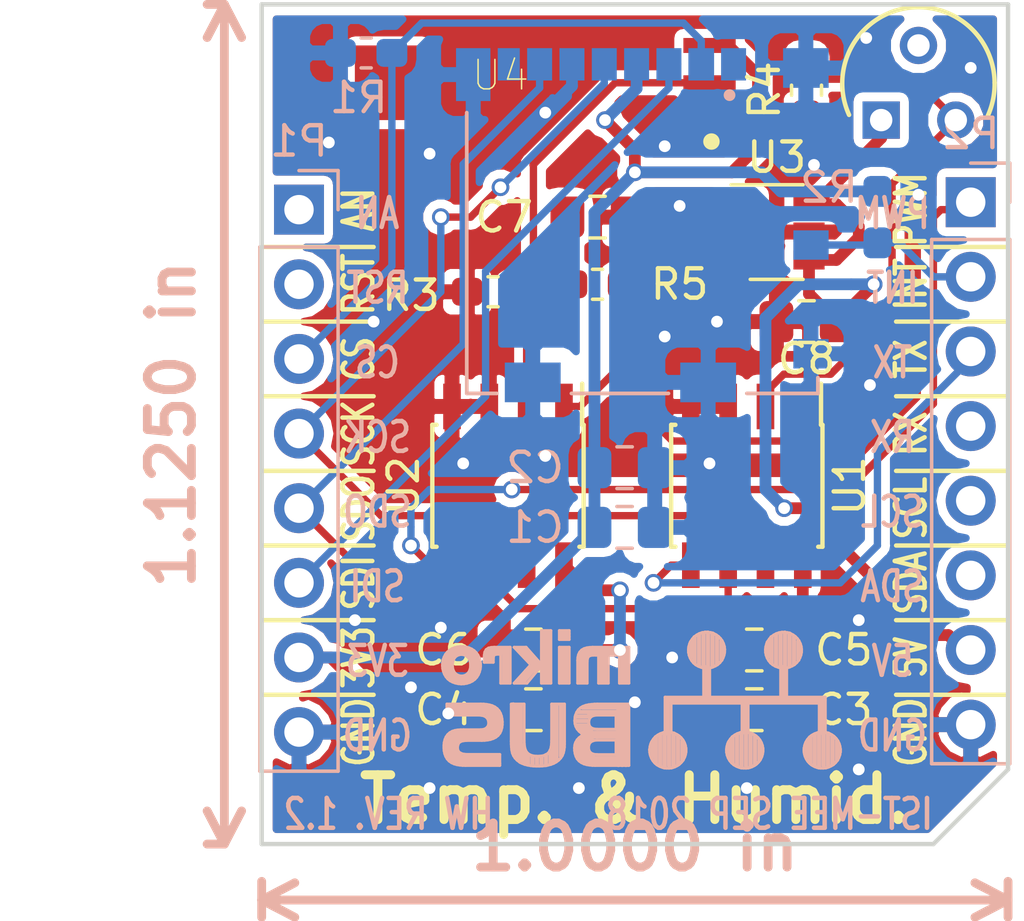
<source format=kicad_pcb>
(kicad_pcb (version 20171130) (host pcbnew 5.0.1)
  (title_block (date "lun. 30 mars 2015"))
  (layers (0 F.Cu signal) (31 B.Cu signal) (34 B.Paste user) (35 F.Paste user) (36 B.SilkS user) (37 F.SilkS user) (38 B.Mask user) (39 F.Mask user) (44 Edge.Cuts user))
  (net 0 "")
  (net 1 GND)
  (net 2 +3.3V)
  (net 3 "Net-(C7-Pad1)")
  (net 4 +5V)
  (net 5 Vref)
  (net 6 MISO)
  (net 7 SCK)
  (net 8 MOSI)
  (net 9 CS)
  (net 10 INT)
  (net 11 PWM)
  (net 12 V_in_humid)
  (net 13 V_in_temp)
  (net 14 TX)
  (module 104031-0811:MOLEX_104031-0811 (layer B.Cu) (at 123.952 105.029)
    (fp_text reference J1 hide)
    (fp_text value Molex_0475710001 hide)
    (pad 8 smd rect (at -4.545 -5.2) (size 0.75 1.1) (layers B.Cu B.Paste B.Mask))
    (pad 7 smd rect (at -3.495 -5.2) (size 0.85 1.1) (layers B.Cu B.Paste B.Mask) (net 6 MISO))
    (pad 6 smd rect (at -2.395 -5.2) (size 0.85 1.1) (layers B.Cu B.Paste B.Mask) (net 1 GND))
    (pad 5 smd rect (at -1.295 -5.2) (size 0.85 1.1) (layers B.Cu B.Paste B.Mask) (net 7 SCK))
    (pad 4 smd rect (at -0.195 -5.2) (size 0.85 1.1) (layers B.Cu B.Paste B.Mask) (net 2 +3.3V))
    (pad 3 smd rect (at 0.905 -5.2) (size 0.85 1.1) (layers B.Cu B.Paste B.Mask) (net 8 MOSI))
    (pad 2 smd rect (at 2.005 -5.2) (size 0.875 1.1) (layers B.Cu B.Paste B.Mask) (net 9 CS))
    (pad 1 smd rect (at 3.105 -5.2) (size 0.85 1.1) (layers B.Cu B.Paste B.Mask))
    (pad 9 smd rect (at 5.74 0.95) (size 1.2 1) (layers B.Cu B.Paste B.Mask) (net 10 INT))
    (pad 10 smd rect (at 5.74 4.65) (size 1.2 1) (layers B.Cu B.Paste B.Mask) (net 1 GND))
    (pad G3 smd rect (at -3.73 5.625) (size 1.9 1.35) (layers B.Cu B.Paste B.Mask) (net 1 GND))
    (pad G4 smd rect (at 2.24 5.625) (size 1.9 1.35) (layers B.Cu B.Paste B.Mask) (net 1 GND))
    (pad G2 smd rect (at -5.755 -4.85) (size 1.17 1.8) (layers B.Cu B.Paste B.Mask) (net 1 GND))
    (pad G1 smd rect (at 5.565 -5.075) (size 1.55 1.35) (layers B.Cu B.Paste B.Mask) (net 1 GND))
  )
  (module Logo:mikroBUS_Small (layer B.Cu) (at 123.698 121.539 180)
    (fp_text reference "" hide)
    (fp_text value "" hide)
  )
  (module Capacitor_SMD:C_0805_2012Metric_Pad1.15x1.40mm_HandSolder (layer B.Cu) (at 123.348616 115.587903)
    (fp_text reference C1 (at -3.048 0) (layer B.SilkS) (effects (justify mirror)))
    (fp_text value 10uF)
    (pad 2 smd roundrect (at 1.025 0) (size 1.15 1.4) (layers B.Cu B.Paste B.Mask) (roundrect_rratio 0.217391) (net 1 GND))
    (pad 1 smd roundrect (at -1.025 0) (size 1.15 1.4) (layers B.Cu B.Paste B.Mask) (roundrect_rratio 0.217391) (net 2 +3.3V))
  )
  (module Capacitor_SMD:C_0805_2012Metric_Pad1.15x1.40mm_HandSolder (layer B.Cu) (at 123.348616 113.555903)
    (fp_text reference C2 (at -3.048 0) (layer B.SilkS) (effects (justify mirror)))
    (fp_text value 100nF)
    (pad 1 smd roundrect (at -1.025 0) (size 1.15 1.4) (layers B.Cu B.Paste B.Mask) (roundrect_rratio 0.217391) (net 2 +3.3V))
    (pad 2 smd roundrect (at 1.025 0) (size 1.15 1.4) (layers B.Cu B.Paste B.Mask) (roundrect_rratio 0.217391) (net 1 GND))
  )
  (module Capacitor_SMD:C_0805_2012Metric_Pad1.15x1.40mm_HandSolder (layer F.Cu) (at 127.762 121.793 180)
    (fp_text reference C3 (at -3.048 0 180) (layer F.SilkS))
    (fp_text value 10uF)
    (pad 2 smd roundrect (at 1.025 0 180) (size 1.15 1.4) (layers F.Cu F.Paste F.Mask) (roundrect_rratio 0.217391) (net 1 GND))
    (pad 1 smd roundrect (at -1.025 0 180) (size 1.15 1.4) (layers F.Cu F.Paste F.Mask) (roundrect_rratio 0.217391) (net 2 +3.3V))
  )
  (module Capacitor_SMD:C_0805_2012Metric_Pad1.15x1.40mm_HandSolder (layer F.Cu) (at 120.244911 121.793 180)
    (fp_text reference C4 (at 3.048 0 180) (layer F.SilkS))
    (fp_text value 10uF hide)
    (pad 2 smd roundrect (at 1.025 0 180) (size 1.15 1.4) (layers F.Cu F.Paste F.Mask) (roundrect_rratio 0.217391) (net 1 GND))
    (pad 1 smd roundrect (at -1.025 0 180) (size 1.15 1.4) (layers F.Cu F.Paste F.Mask) (roundrect_rratio 0.217391) (net 2 +3.3V))
  )
  (module Capacitor_SMD:C_0805_2012Metric_Pad1.15x1.40mm_HandSolder (layer F.Cu) (at 127.762 119.761 180)
    (fp_text reference C5 (at -3.048 0 180) (layer F.SilkS))
    (fp_text value 1uF)
    (pad 1 smd roundrect (at -1.025 0 180) (size 1.15 1.4) (layers F.Cu F.Paste F.Mask) (roundrect_rratio 0.217391) (net 2 +3.3V))
    (pad 2 smd roundrect (at 1.025 0 180) (size 1.15 1.4) (layers F.Cu F.Paste F.Mask) (roundrect_rratio 0.217391) (net 1 GND))
  )
  (module Capacitor_SMD:C_0805_2012Metric_Pad1.15x1.40mm_HandSolder (layer F.Cu) (at 120.244911 119.761 180)
    (fp_text reference C6 (at 3.048 0 180) (layer F.SilkS))
    (fp_text value 1uF hide)
    (pad 1 smd roundrect (at -1.025 0 180) (size 1.15 1.4) (layers F.Cu F.Paste F.Mask) (roundrect_rratio 0.217391) (net 2 +3.3V))
    (pad 2 smd roundrect (at 1.025 0 180) (size 1.15 1.4) (layers F.Cu F.Paste F.Mask) (roundrect_rratio 0.217391) (net 1 GND))
  )
  (module Capacitor_SMD:C_0805_2012Metric_Pad1.15x1.40mm_HandSolder (layer F.Cu) (at 122.428 105.029)
    (fp_text reference C7 (at -3.177001 0) (layer F.SilkS))
    (fp_text value 2.2uF)
    (pad 2 smd roundrect (at 1.025 0) (size 1.15 1.4) (layers F.Cu F.Paste F.Mask) (roundrect_rratio 0.217391) (net 1 GND))
    (pad 1 smd roundrect (at -1.025 0) (size 1.15 1.4) (layers F.Cu F.Paste F.Mask) (roundrect_rratio 0.217391) (net 3 "Net-(C7-Pad1)"))
  )
  (module Capacitor_SMD:C_0805_2012Metric_Pad1.15x1.40mm_HandSolder (layer F.Cu) (at 129.54 108.585 180)
    (fp_text reference C8 (at 0 -1.27 180) (layer F.SilkS))
    (fp_text value 2.2uF)
    (pad 1 smd roundrect (at -1.025 0 180) (size 1.15 1.4) (layers F.Cu F.Paste F.Mask) (roundrect_rratio 0.217391) (net 4 +5V))
    (pad 2 smd roundrect (at 1.025 0 180) (size 1.15 1.4) (layers F.Cu F.Paste F.Mask) (roundrect_rratio 0.217391) (net 1 GND))
  )
  (module Resistor_SMD:R_0603_1608Metric_Pad1.05x0.95mm_HandSolder (layer B.Cu) (at 114.554 99.441 180)
    (fp_text reference R1 (at 0.254 -1.524 180) (layer B.SilkS) (effects (justify mirror)))
    (fp_text value 100k)
    (pad 1 smd roundrect (at -0.875 0 180) (size 1.05 0.95) (layers B.Cu B.Paste B.Mask) (net 9 CS))
    (pad 2 smd roundrect (at 0.875 0 180) (size 1.05 0.95) (layers B.Cu B.Paste B.Mask) (net 1 GND))
  )
  (module Resistor_SMD:R_0603_1608Metric_Pad1.05x0.95mm_HandSolder (layer B.Cu) (at 131.953 105.029 90)
    (fp_text reference R2 (at 1.016 -1.651 -180) (layer B.SilkS) (effects (justify mirror)))
    (fp_text value 100k)
    (pad 1 smd roundrect (at -0.875 0 90) (size 1.05 0.95) (layers B.Cu B.Paste B.Mask) (net 10 INT))
    (pad 2 smd roundrect (at 0.875 0 90) (size 1.05 0.95) (layers B.Cu B.Paste B.Mask) (net 2 +3.3V))
  )
  (module Resistor_SMD:R_0603_1608Metric_Pad1.05x0.95mm_HandSolder (layer F.Cu) (at 118.872 107.569)
    (fp_text reference R3 (at -2.794 0.127) (layer F.SilkS))
    (fp_text value 65k)
    (pad 2 smd roundrect (at 0.875 0) (size 1.05 0.95) (layers F.Cu F.Paste F.Mask) (net 12 V_in_humid))
    (pad 1 smd roundrect (at -0.875 0) (size 1.05 0.95) (layers F.Cu F.Paste F.Mask) (net 1 GND))
  )
  (module Resistor_SMD:R_0603_1608Metric_Pad1.05x0.95mm_HandSolder (layer F.Cu) (at 129.54 100.711 90)
    (fp_text reference R4 (at 0 -1.43 90) (layer F.SilkS))
    (fp_text value 2k)
    (pad 1 smd roundrect (at -0.875 0 90) (size 1.05 0.95) (layers F.Cu F.Paste F.Mask) (net 1 GND))
    (pad 2 smd roundrect (at 0.875 0 90) (size 1.05 0.95) (layers F.Cu F.Paste F.Mask) (net 13 V_in_temp))
  )
  (module Resistor_SMD:R_0603_1608Metric_Pad1.05x0.95mm_HandSolder (layer F.Cu) (at 122.428 107.315)
    (fp_text reference R5 (at 2.794 0) (layer F.SilkS))
    (fp_text value 50R)
    (pad 1 smd roundrect (at -0.875 0) (size 1.05 0.95) (layers F.Cu F.Paste F.Mask) (net 3 "Net-(C7-Pad1)"))
    (pad 2 smd roundrect (at 0.875 0) (size 1.05 0.95) (layers F.Cu F.Paste F.Mask) (net 5 Vref))
  )
  (module Package_SO:SOIC-8_3.9x4.9mm_P1.27mm (layer F.Cu) (at 127.508 114.173 270)
    (fp_text reference U1 (at 0 -3.5 270) (layer F.SilkS))
    (fp_text value MCP3201)
    (pad 1 smd rect (at -2.7 -1.905 270) (size 1.55 0.6) (layers F.Cu F.Paste F.Mask) (net 5 Vref))
    (pad 2 smd rect (at -2.7 -0.635 270) (size 1.55 0.6) (layers F.Cu F.Paste F.Mask) (net 13 V_in_temp))
    (pad 3 smd rect (at -2.7 0.635 270) (size 1.55 0.6) (layers F.Cu F.Paste F.Mask) (net 1 GND))
    (pad 4 smd rect (at -2.7 1.905 270) (size 1.55 0.6) (layers F.Cu F.Paste F.Mask) (net 1 GND))
    (pad 5 smd rect (at 2.7 1.905 270) (size 1.55 0.6) (layers F.Cu F.Paste F.Mask) (net 14 TX))
    (pad 6 smd rect (at 2.7 0.635 270) (size 1.55 0.6) (layers F.Cu F.Paste F.Mask) (net 6 MISO))
    (pad 7 smd rect (at 2.7 -0.635 270) (size 1.55 0.6) (layers F.Cu F.Paste F.Mask) (net 7 SCK))
    (pad 8 smd rect (at 2.7 -1.905 270) (size 1.55 0.6) (layers F.Cu F.Paste F.Mask) (net 2 +3.3V))
  )
  (module Package_SO:SOIC-8_3.9x4.9mm_P1.27mm (layer F.Cu) (at 119.38 114.173 270)
    (fp_text reference U2 (at 0 3.556 270) (layer F.SilkS))
    (fp_text value MCP3201)
    (pad 8 smd rect (at 2.7 -1.905 270) (size 1.55 0.6) (layers F.Cu F.Paste F.Mask) (net 2 +3.3V))
    (pad 7 smd rect (at 2.7 -0.635 270) (size 1.55 0.6) (layers F.Cu F.Paste F.Mask) (net 7 SCK))
    (pad 6 smd rect (at 2.7 0.635 270) (size 1.55 0.6) (layers F.Cu F.Paste F.Mask) (net 6 MISO))
    (pad 5 smd rect (at 2.7 1.905 270) (size 1.55 0.6) (layers F.Cu F.Paste F.Mask) (net 11 PWM))
    (pad 4 smd rect (at -2.7 1.905 270) (size 1.55 0.6) (layers F.Cu F.Paste F.Mask) (net 1 GND))
    (pad 3 smd rect (at -2.7 0.635 270) (size 1.55 0.6) (layers F.Cu F.Paste F.Mask) (net 1 GND))
    (pad 2 smd rect (at -2.7 -0.635 270) (size 1.55 0.6) (layers F.Cu F.Paste F.Mask) (net 12 V_in_humid))
    (pad 1 smd rect (at -2.7 -1.905 270) (size 1.55 0.6) (layers F.Cu F.Paste F.Mask) (net 5 Vref))
  )
  (module Package_TO_SOT_SMD:SOT-23-6 (layer F.Cu) (at 128.524 105.537)
    (fp_text reference U3 (at 0 -2.54) (layer F.SilkS))
    (fp_text value MCP1501-SOT-23)
    (pad 1 smd rect (at -1.1 -0.95) (size 1.06 0.65) (layers F.Cu F.Paste F.Mask) (net 5 Vref))
    (pad 2 smd rect (at -1.1 0) (size 1.06 0.65) (layers F.Cu F.Paste F.Mask) (net 1 GND))
    (pad 3 smd rect (at -1.1 0.95) (size 1.06 0.65) (layers F.Cu F.Paste F.Mask) (net 1 GND))
    (pad 4 smd rect (at 1.1 0.95) (size 1.06 0.65) (layers F.Cu F.Paste F.Mask) (net 4 +5V))
    (pad 6 smd rect (at 1.1 -0.95) (size 1.06 0.65) (layers F.Cu F.Paste F.Mask) (net 4 +5V))
    (pad 5 smd rect (at 1.1 0) (size 1.06 0.65) (layers F.Cu F.Paste F.Mask) (net 1 GND))
  )
  (module AD592BN:TO127P520X660-3P (layer F.Cu) (at 134.62 99.187)
    (fp_text reference U5 hide)
    (fp_text value AD592BN hide)
    (pad 1 thru_hole rect (at -2.54 2.54) (size 1.27 1.27) (drill 0.762) (layers *.Cu *.Mask) (net 4 +5V))
    (pad 2 thru_hole circle (at -1.27 0) (size 1.27 1.27) (drill 0.762) (layers *.Cu *.Mask))
    (pad 3 thru_hole circle (at 0 2.54) (size 1.27 1.27) (drill 0.762) (layers *.Cu *.Mask) (net 13 V_in_temp))
  )
  (module HIH-5030-001:HONEYWELL_HIH-5030-001 (layer F.Cu) (at 120.904 100.457 90)
    (fp_text reference U4 (at 0.254 -1.778 180) (layer F.SilkS) (effects (font (size 1.00285 1.00285) (thickness 0.05))))
    (fp_text value HIH-5030-001 hide)
    (pad 4 smd rect (at 0 -5.59 90) (size 2.54 2.29) (layers F.Cu F.Paste F.Mask))
    (pad 2 smd rect (at 0 5.335 180) (size 1.78 0.51) (layers F.Cu F.Paste F.Mask) (net 12 V_in_humid))
    (pad 1 smd rect (at -1.27 5.335 180) (size 1.78 0.51) (layers F.Cu F.Paste F.Mask) (net 1 GND))
    (pad 3 smd rect (at 1.27 5.335 180) (size 1.78 0.51) (layers F.Cu F.Paste F.Mask) (net 2 +3.3V))
  )
  (module Connector_PinHeader_2.54mm:PinHeader_1x08_P2.54mm_Vertical (layer B.Cu) (at 112.268 104.775 180)
    (fp_text reference P1 (at 0 2.33 180) (layer B.SilkS) (effects (justify mirror)))
    (fp_text value HEADER_M_2.54MM_1R8P_ST_AU_PTH hide)
    (pad 8 thru_hole oval (at 0 -17.78 180) (size 1.7 1.7) (drill 1) (layers *.Cu *.Mask) (net 1 GND))
    (pad 7 thru_hole oval (at 0 -15.24 180) (size 1.7 1.7) (drill 1) (layers *.Cu *.Mask) (net 2 +3.3V))
    (pad 6 thru_hole oval (at 0 -12.7 180) (size 1.7 1.7) (drill 1) (layers *.Cu *.Mask) (net 8 MOSI))
    (pad 5 thru_hole oval (at 0 -10.16 180) (size 1.7 1.7) (drill 1) (layers *.Cu *.Mask) (net 6 MISO))
    (pad 4 thru_hole oval (at 0 -7.62 180) (size 1.7 1.7) (drill 1) (layers *.Cu *.Mask) (net 7 SCK))
    (pad 3 thru_hole oval (at 0 -5.08 180) (size 1.7 1.7) (drill 1) (layers *.Cu *.Mask) (net 9 CS))
    (pad 2 thru_hole oval (at 0 -2.54 180) (size 1.7 1.7) (drill 1) (layers *.Cu *.Mask))
    (pad 1 thru_hole rect (at 0 0 180) (size 1.7 1.7) (drill 1) (layers *.Cu *.Mask))
  )
  (module Connector_PinHeader_2.54mm:PinHeader_1x08_P2.54mm_Vertical (layer B.Cu) (at 135.128 104.521 180)
    (fp_text reference P2 (at 0 2.33 180) (layer B.SilkS) (effects (justify mirror)))
    (fp_text value HEADER_M_2.54MM_1R8P_ST_AU_PTH hide)
    (pad 1 thru_hole rect (at 0 0 180) (size 1.7 1.7) (drill 1) (layers *.Cu *.Mask) (net 11 PWM))
    (pad 2 thru_hole oval (at 0 -2.54 180) (size 1.7 1.7) (drill 1) (layers *.Cu *.Mask) (net 10 INT))
    (pad 3 thru_hole oval (at 0 -5.08 180) (size 1.7 1.7) (drill 1) (layers *.Cu *.Mask) (net 14 TX))
    (pad 4 thru_hole oval (at 0 -7.62 180) (size 1.7 1.7) (drill 1) (layers *.Cu *.Mask))
    (pad 5 thru_hole oval (at 0 -10.16 180) (size 1.7 1.7) (drill 1) (layers *.Cu *.Mask))
    (pad 6 thru_hole oval (at 0 -12.7 180) (size 1.7 1.7) (drill 1) (layers *.Cu *.Mask))
    (pad 7 thru_hole oval (at 0 -15.24 180) (size 1.7 1.7) (drill 1) (layers *.Cu *.Mask) (net 4 +5V))
    (pad 8 thru_hole oval (at 0 -17.78 180) (size 1.7 1.7) (drill 1) (layers *.Cu *.Mask) (net 1 GND))
  )
  (dimension 25.4 (width 0.3) (layer B.SilkS) (gr_text "25.400 mm" (at 123.698 130.369999) (layer B.SilkS) (effects (font (size 1.5 1.5) (thickness 0.3)))) (feature1 (pts (xy 136.398 127.635) (xy 136.398 128.85642))) (feature2 (pts (xy 110.998 127.635) (xy 110.998 128.85642))) (crossbar (pts (xy 110.998 128.269999) (xy 136.398 128.269999))) (arrow1a (pts (xy 136.398 128.269999) (xy 135.271496 128.85642))) (arrow1b (pts (xy 136.398 128.269999) (xy 135.271496 127.683578))) (arrow2a (pts (xy 110.998 128.269999) (xy 112.124504 128.85642))) (arrow2b (pts (xy 110.998 128.269999) (xy 112.124504 127.683578))))
  (dimension 28.575 (width 0.3) (layer B.SilkS) (gr_text "28.575 mm" (at 107.628 112.0775 270) (layer B.SilkS) (effects (font (size 1.5 1.5) (thickness 0.3)))) (feature1 (pts (xy 109.728 126.365) (xy 109.141579 126.365))) (feature2 (pts (xy 109.728 97.79) (xy 109.141579 97.79))) (crossbar (pts (xy 109.728 97.79) (xy 109.728 126.365))) (arrow1a (pts (xy 109.728 126.365) (xy 109.141579 125.238496))) (arrow1b (pts (xy 109.728 126.365) (xy 110.314421 125.238496))) (arrow2a (pts (xy 109.728 97.79) (xy 109.141579 98.916504))) (arrow2b (pts (xy 109.728 97.79) (xy 110.314421 98.916504))))
  (gr_text GND (at 132.461 122.682) (layer B.SilkS) (effects (font (size 1.016 0.762) (thickness 0.1524)) (justify mirror)))
  (gr_text 5V (at 132.461 120.142) (layer B.SilkS) (effects (font (size 1.016 0.762) (thickness 0.1524)) (justify mirror)))
  (gr_text SDA (at 132.461 117.602) (layer B.SilkS) (effects (font (size 1.016 0.762) (thickness 0.1524)) (justify mirror)))
  (gr_text SCL (at 132.461 115.062) (layer B.SilkS) (effects (font (size 1.016 0.762) (thickness 0.1524)) (justify mirror)))
  (gr_text RX (at 132.461 112.522) (layer B.SilkS) (effects (font (size 1.016 0.762) (thickness 0.1524)) (justify mirror)))
  (gr_text TX (at 132.461 109.982) (layer B.SilkS) (effects (font (size 1.016 0.762) (thickness 0.1524)) (justify mirror)))
  (gr_text INT (at 132.461 107.442) (layer B.SilkS) (effects (font (size 1.016 0.762) (thickness 0.1524)) (justify mirror)))
  (gr_text PWM (at 132.461 104.902) (layer B.SilkS) (effects (font (size 1.016 0.762) (thickness 0.1524)) (justify mirror)))
  (gr_text AN (at 114.935 104.902) (layer B.SilkS) (effects (font (size 1.016 0.762) (thickness 0.1524)) (justify mirror)))
  (gr_text RST (at 114.935 107.442) (layer B.SilkS) (effects (font (size 1.016 0.762) (thickness 0.1524)) (justify mirror)))
  (gr_text CS (at 114.935 109.982) (layer B.SilkS) (effects (font (size 1.016 0.762) (thickness 0.1524)) (justify mirror)))
  (gr_text SCK (at 114.935 112.522) (layer B.SilkS) (effects (font (size 1.016 0.762) (thickness 0.1524)) (justify mirror)))
  (gr_text SDO (at 114.935 115.062) (layer B.SilkS) (effects (font (size 1.016 0.762) (thickness 0.1524)) (justify mirror)))
  (gr_text SDI (at 114.935 117.602) (layer B.SilkS) (effects (font (size 1.016 0.762) (thickness 0.1524)) (justify mirror)))
  (gr_text 3V3 (at 114.935 120.142) (layer B.SilkS) (effects (font (size 1.016 0.762) (thickness 0.1524)) (justify mirror)))
  (gr_text GND (at 114.935 122.682) (layer B.SilkS) (effects (font (size 1.016 0.762) (thickness 0.1524)) (justify mirror)))
  (gr_text "IST-MEE SEP 2018" (at 128.27 125.349) (layer B.SilkS) (effects (font (size 1.016 0.762) (thickness 0.1524)) (justify mirror)))
  (gr_text "HW REV. 1.2" (at 115.316 125.349) (layer B.SilkS) (effects (font (size 1.016 0.762) (thickness 0.1524)) (justify mirror)))
  (gr_text "Temp. & Humid." (at 123.698 124.841) (layer F.SilkS) (effects (font (size 1.524 1.524) (thickness 0.3048))))
  (gr_text PWM (at 133.096 104.775 90) (layer F.SilkS) (effects (font (size 1.016 0.762) (thickness 0.1524))))
  (gr_text INT (at 133.096 107.315 90) (layer F.SilkS) (effects (font (size 1.016 0.762) (thickness 0.1524))))
  (gr_text TX (at 133.096 109.855 90) (layer F.SilkS) (effects (font (size 1.016 0.762) (thickness 0.1524))))
  (gr_text RX (at 133.096 112.395 90) (layer F.SilkS) (effects (font (size 1.016 0.762) (thickness 0.1524))))
  (gr_text SCL (at 133.096 114.935 90) (layer F.SilkS) (effects (font (size 1.016 0.762) (thickness 0.1524))))
  (gr_text SDA (at 133.096 117.475 90) (layer F.SilkS) (effects (font (size 1.016 0.762) (thickness 0.1524))))
  (gr_text 5V (at 133.096 120.015 90) (layer F.SilkS) (effects (font (size 1.016 0.762) (thickness 0.1524))))
  (gr_text GND (at 133.096 122.555 90) (layer F.SilkS) (effects (font (size 1.016 0.762) (thickness 0.1524))))
  (gr_text GND (at 114.3 122.555 90) (layer F.SilkS) (effects (font (size 1.016 0.762) (thickness 0.1524))))
  (gr_text 3V3 (at 114.3 120.015 90) (layer F.SilkS) (effects (font (size 1.016 0.762) (thickness 0.1524))))
  (gr_text SDI (at 114.3 117.475 90) (layer F.SilkS) (effects (font (size 1.016 0.762) (thickness 0.1524))))
  (gr_text SDO (at 114.3 114.935 90) (layer F.SilkS) (effects (font (size 1.016 0.762) (thickness 0.1524))))
  (gr_text SCK (at 114.3 112.395 90) (layer F.SilkS) (effects (font (size 1.016 0.762) (thickness 0.1524))))
  (gr_text CS (at 114.3 109.855 90) (layer F.SilkS) (effects (font (size 1.016 0.762) (thickness 0.1524))))
  (gr_text RST (at 114.3 107.315 90) (layer F.SilkS) (effects (font (size 1.016 0.762) (thickness 0.1524))))
  (gr_text AN (at 114.3 104.775 90) (layer F.SilkS) (effects (font (size 1.016 0.762) (thickness 0.1524))))
  (gr_line (start 132.588 106.045) (end 136.398 106.045) (angle 90) (layer F.SilkS) (width 0.15))
  (gr_line (start 132.588 108.585) (end 136.398 108.585) (angle 90) (layer F.SilkS) (width 0.15))
  (gr_line (start 132.588 111.125) (end 136.398 111.125) (angle 90) (layer F.SilkS) (width 0.15))
  (gr_line (start 132.588 113.665) (end 136.398 113.665) (angle 90) (layer F.SilkS) (width 0.15))
  (gr_line (start 132.588 116.205) (end 136.398 116.205) (angle 90) (layer F.SilkS) (width 0.15))
  (gr_line (start 132.588 118.745) (end 136.398 118.745) (angle 90) (layer F.SilkS) (width 0.15))
  (gr_line (start 136.398 121.285) (end 132.588 121.285) (angle 90) (layer F.SilkS) (width 0.15))
  (gr_line (start 110.998 121.285) (end 114.808 121.285) (angle 90) (layer F.SilkS) (width 0.15))
  (gr_line (start 110.998 118.745) (end 114.808 118.745) (angle 90) (layer F.SilkS) (width 0.15))
  (gr_line (start 110.998 113.665) (end 114.808 113.665) (angle 90) (layer F.SilkS) (width 0.15))
  (gr_line (start 110.998 111.125) (end 114.808 111.125) (angle 90) (layer F.SilkS) (width 0.15))
  (gr_line (start 110.998 108.585) (end 114.808 108.585) (angle 90) (layer F.SilkS) (width 0.15))
  (gr_line (start 110.998 106.045) (end 114.808 106.045) (angle 90) (layer F.SilkS) (width 0.15))
  (gr_line (start 110.998 116.205) (end 114.808 116.205) (angle 90) (layer F.SilkS) (width 0.15))
  (gr_line (start 133.858 126.365) (end 110.998 126.365) (angle 90) (layer Edge.Cuts) (width 0.15))
  (gr_line (start 136.398 123.825) (end 133.858 126.365) (angle 90) (layer Edge.Cuts) (width 0.15))
  (gr_line (start 136.398 97.79) (end 136.398 123.825) (angle 90) (layer Edge.Cuts) (width 0.15))
  (gr_line (start 110.998 97.79) (end 110.998 126.365) (angle 90) (layer Edge.Cuts) (width 0.15))
  (gr_line (start 136.398 97.79) (end 110.998 97.79) (angle 90) (layer Edge.Cuts) (width 0.15))
  (via (at 114.173 118.745) (size 0.6) (drill 0.4) (layers F.Cu B.Cu) (net 1))
  (via (at 117.348 121.92) (size 0.6) (drill 0.4) (layers F.Cu B.Cu) (net 1))
  (via (at 123.698 121.539) (size 0.6) (drill 0.4) (layers F.Cu B.Cu) (net 1))
  (via (at 124.968 120.015) (size 0.6) (drill 0.4) (layers F.Cu B.Cu) (net 1))
  (via (at 131.318 118.745) (size 0.6) (drill 0.4) (layers F.Cu B.Cu) (net 1))
  (via (at 131.318 123.825) (size 0.6) (drill 0.4) (layers F.Cu B.Cu) (net 1))
  (via (at 127.508 124.46) (size 0.6) (drill 0.4) (layers F.Cu B.Cu) (net 1))
  (via (at 121.793 124.46) (size 0.6) (drill 0.4) (layers F.Cu B.Cu) (net 1))
  (via (at 116.713 124.46) (size 0.6) (drill 0.4) (layers F.Cu B.Cu) (net 1))
  (via (at 114.808 108.585) (size 0.6) (drill 0.4) (layers F.Cu B.Cu) (net 1))
  (via (at 116.713 102.87) (size 0.6) (drill 0.4) (layers F.Cu B.Cu) (net 1))
  (via (at 113.284 102.489) (size 0.6) (drill 0.4) (layers F.Cu B.Cu) (net 1))
  (via (at 126.492 108.585) (size 0.6) (drill 0.4) (layers F.Cu B.Cu) (net 1))
  (segment (start 121.557 99.829) (end 121.557 100.312) (width 0.4) (layer B.Cu) (net 1))
  (segment (start 121.557 99.829) (end 121.557 100.566) (width 0.4) (layer B.Cu) (net 1))
  (via (at 120.65 101.473) (size 0.6) (drill 0.4) (layers F.Cu B.Cu) (net 1))
  (segment (start 121.557 100.566) (end 120.65 101.473) (width 0.4) (layer B.Cu) (net 1))
  (via (at 129.794 103.251) (size 0.6) (drill 0.4) (layers F.Cu B.Cu) (net 1))
  (via (at 131.572 98.933) (size 0.6) (drill 0.4) (layers F.Cu B.Cu) (net 1))
  (via (at 124.714 102.616) (size 0.6) (drill 0.4) (layers F.Cu B.Cu) (net 1))
  (via (at 117.094 118.999) (size 0.6) (drill 0.4) (layers F.Cu B.Cu) (net 1))
  (via (at 133.35 104.267) (size 0.6) (drill 0.4) (layers F.Cu B.Cu) (net 1))
  (via (at 135.128 99.949) (size 0.6) (drill 0.4) (layers F.Cu B.Cu) (net 1))
  (via (at 116.078 121.031) (size 0.6) (drill 0.4) (layers F.Cu B.Cu) (net 1))
  (via (at 126.238 113.411) (size 0.6) (drill 0.4) (layers F.Cu B.Cu) (net 1))
  (via (at 120.65 113.157) (size 0.6) (drill 0.4) (layers F.Cu B.Cu) (net 1))
  (via (at 124.714 109.093) (size 0.6) (drill 0.4) (layers F.Cu B.Cu) (net 1))
  (via (at 117.856 113.411) (size 0.6) (drill 0.4) (layers F.Cu B.Cu) (net 1))
  (via (at 131.699 110.744) (size 0.6) (drill 0.4) (layers F.Cu B.Cu) (net 1))
  (via (at 125.222 104.648) (size 0.6) (drill 0.4) (layers F.Cu B.Cu) (net 1))
  (segment (start 117.896519 120.015) (end 122.323616 115.587903) (width 0.4) (layer B.Cu) (net 2))
  (segment (start 112.268 120.015) (end 117.896519 120.015) (width 0.4) (layer B.Cu) (net 2))
  (segment (start 113.34563 120.015) (end 116.64763 123.317) (width 0.4) (layer F.Cu) (net 2))
  (segment (start 112.268 120.015) (end 113.34563 120.015) (width 0.4) (layer F.Cu) (net 2))
  (segment (start 119.745911 123.317) (end 121.269911 121.793) (width 0.4) (layer F.Cu) (net 2))
  (segment (start 116.64763 123.317) (end 119.745911 123.317) (width 0.4) (layer F.Cu) (net 2))
  (segment (start 121.269911 121.793) (end 121.269911 119.761) (width 0.4) (layer F.Cu) (net 2))
  (segment (start 128.163628 122.416372) (end 128.787 121.793) (width 0.4) (layer F.Cu) (net 2))
  (segment (start 127.68699 122.89301) (end 128.163628 122.416372) (width 0.4) (layer F.Cu) (net 2))
  (segment (start 121.569921 122.89301) (end 127.68699 122.89301) (width 0.4) (layer F.Cu) (net 2))
  (segment (start 121.269911 122.593) (end 121.569921 122.89301) (width 0.4) (layer F.Cu) (net 2))
  (segment (start 121.269911 121.793) (end 121.269911 122.593) (width 0.4) (layer F.Cu) (net 2))
  (segment (start 128.787 121.793) (end 128.787 119.761) (width 0.4) (layer F.Cu) (net 2))
  (segment (start 129.413 119.135) (end 129.413 116.873) (width 0.4) (layer F.Cu) (net 2))
  (segment (start 128.787 119.761) (end 129.413 119.135) (width 0.4) (layer F.Cu) (net 2))
  (via (at 123.19 119.761) (size 0.6) (drill 0.4) (layers F.Cu B.Cu) (net 2))
  (segment (start 121.269911 119.761) (end 123.19 119.761) (width 0.4) (layer F.Cu) (net 2))
  (segment (start 123.19 119.761) (end 123.19 117.729) (width 0.4) (layer B.Cu) (net 2))
  (via (at 123.19 117.729) (size 0.6) (drill 0.4) (layers F.Cu B.Cu) (net 2))
  (segment (start 122.141 117.729) (end 121.285 116.873) (width 0.4) (layer F.Cu) (net 2))
  (segment (start 123.19 117.729) (end 122.141 117.729) (width 0.4) (layer F.Cu) (net 2))
  (segment (start 122.323616 115.587903) (end 122.323616 113.555903) (width 0.4) (layer B.Cu) (net 2))
  (segment (start 122.682 101.727) (end 123.757 100.652) (width 0.4) (layer B.Cu) (net 2))
  (segment (start 123.757 100.652) (end 123.757 99.829) (width 0.4) (layer B.Cu) (net 2))
  (segment (start 123.698 102.743) (end 122.682 101.727) (width 0.4) (layer F.Cu) (net 2))
  (segment (start 123.698 103.505) (end 123.698 102.743) (width 0.4) (layer F.Cu) (net 2))
  (via (at 122.682 101.727) (size 0.6) (drill 0.4) (layers F.Cu B.Cu) (net 2))
  (via (at 123.698 103.505) (size 0.6) (drill 0.4) (layers F.Cu B.Cu) (net 2))
  (segment (start 122.323616 104.879384) (end 123.698 103.505) (width 0.4) (layer B.Cu) (net 2))
  (segment (start 122.323616 113.555903) (end 122.323616 104.879384) (width 0.4) (layer B.Cu) (net 2))
  (segment (start 123.698 103.505) (end 127 103.505) (width 0.4) (layer F.Cu) (net 2))
  (segment (start 127 103.505) (end 127.889 102.616) (width 0.4) (layer F.Cu) (net 2))
  (segment (start 126.874 99.187) (end 126.239 99.187) (width 0.4) (layer F.Cu) (net 2))
  (segment (start 127.889 100.202) (end 126.874 99.187) (width 0.4) (layer F.Cu) (net 2))
  (segment (start 127.889 102.616) (end 127.889 100.202) (width 0.4) (layer F.Cu) (net 2))
  (segment (start 123.698 103.505) (end 128.016 103.505) (width 0.4) (layer B.Cu) (net 2))
  (segment (start 128.665 104.154) (end 131.953 104.154) (width 0.4) (layer B.Cu) (net 2))
  (segment (start 128.016 103.505) (end 128.665 104.154) (width 0.4) (layer B.Cu) (net 2))
  (segment (start 121.553 105.56) (end 121.403 105.41) (width 0.25) (layer F.Cu) (net 3))
  (segment (start 121.553 107.315) (end 121.553 105.56) (width 0.25) (layer F.Cu) (net 3))
  (segment (start 129.829 104.587) (end 129.624 104.587) (width 0.4) (layer F.Cu) (net 4))
  (segment (start 132.08 102.336) (end 129.829 104.587) (width 0.4) (layer F.Cu) (net 4))
  (segment (start 130.554 104.587) (end 131.318 105.351) (width 0.4) (layer F.Cu) (net 4))
  (segment (start 129.624 104.587) (end 130.554 104.587) (width 0.4) (layer F.Cu) (net 4))
  (segment (start 130.554 106.487) (end 129.624 106.487) (width 0.4) (layer F.Cu) (net 4))
  (segment (start 131.318 105.723) (end 130.554 106.487) (width 0.4) (layer F.Cu) (net 4))
  (segment (start 131.318 105.351) (end 131.318 105.723) (width 0.4) (layer F.Cu) (net 4))
  (segment (start 128.778 114.935) (end 129.413 114.935) (width 0.4) (layer F.Cu) (net 4))
  (segment (start 134.366001 119.253001) (end 135.128 120.015) (width 0.4) (layer F.Cu) (net 4))
  (segment (start 129.413 114.935) (end 133.731001 119.253001) (width 0.4) (layer F.Cu) (net 4))
  (segment (start 133.731001 119.253001) (end 134.366001 119.253001) (width 0.4) (layer F.Cu) (net 4))
  (segment (start 129.624 106.487) (end 129.624 106.596) (width 0.4) (layer F.Cu) (net 4))
  (via (at 128.778 114.935) (size 0.6) (drill 0.4) (layers F.Cu B.Cu) (net 4))
  (segment (start 129.624 107.644) (end 130.565 108.585) (width 0.4) (layer F.Cu) (net 4))
  (segment (start 129.624 106.487) (end 129.624 107.644) (width 0.4) (layer F.Cu) (net 4))
  (segment (start 132.08 101.727) (end 132.08 102.336) (width 0.4) (layer F.Cu) (net 4))
  (via (at 131.826 107.315) (size 0.6) (drill 0.4) (layers F.Cu B.Cu) (net 4))
  (segment (start 131.826 107.324) (end 130.565 108.585) (width 0.4) (layer F.Cu) (net 4))
  (segment (start 128.143 114.3) (end 128.778 114.935) (width 0.4) (layer B.Cu) (net 4))
  (segment (start 128.143 108.458) (end 128.143 114.3) (width 0.4) (layer B.Cu) (net 4))
  (segment (start 129.286 107.315) (end 128.143 108.458) (width 0.4) (layer B.Cu) (net 4))
  (segment (start 131.064 107.315) (end 129.286 107.315) (width 0.4) (layer B.Cu) (net 4))
  (segment (start 131.064 107.315) (end 131.826 107.315) (width 0.4) (layer B.Cu) (net 4))
  (segment (start 121.835 111.473) (end 121.285 111.473) (width 0.25) (layer F.Cu) (net 5))
  (segment (start 123.303 110.005) (end 121.835 111.473) (width 0.25) (layer F.Cu) (net 5))
  (segment (start 123.303 107.315) (end 123.303 110.005) (width 0.25) (layer F.Cu) (net 5))
  (segment (start 129.413 111.948) (end 129.413 111.473) (width 0.25) (layer F.Cu) (net 5))
  (segment (start 128.712 112.649) (end 129.413 111.948) (width 0.25) (layer F.Cu) (net 5))
  (segment (start 124.977 112.649) (end 128.712 112.649) (width 0.25) (layer F.Cu) (net 5))
  (segment (start 123.303 110.005) (end 123.303 110.975) (width 0.25) (layer F.Cu) (net 5))
  (segment (start 123.303 110.975) (end 124.977 112.649) (width 0.25) (layer F.Cu) (net 5))
  (segment (start 123.303 107.315) (end 124.968 107.315) (width 0.25) (layer F.Cu) (net 5))
  (segment (start 124.968 107.315) (end 125.73 106.553) (width 0.25) (layer F.Cu) (net 5))
  (segment (start 126.644 104.587) (end 127.424 104.587) (width 0.25) (layer F.Cu) (net 5))
  (segment (start 125.73 105.501) (end 126.644 104.587) (width 0.25) (layer F.Cu) (net 5))
  (segment (start 125.73 106.553) (end 125.73 105.501) (width 0.25) (layer F.Cu) (net 5))
  (segment (start 119.751001 118.354001) (end 118.745 117.348) (width 0.25) (layer F.Cu) (net 6))
  (segment (start 118.745 117.348) (end 118.745 116.873) (width 0.25) (layer F.Cu) (net 6))
  (segment (start 126.873 116.873) (end 126.873 117.348) (width 0.25) (layer F.Cu) (net 6))
  (segment (start 118.745 117.348) (end 117.856 118.237) (width 0.25) (layer F.Cu) (net 6))
  (segment (start 115.57 118.237) (end 112.268 114.935) (width 0.25) (layer F.Cu) (net 6))
  (segment (start 117.856 118.237) (end 115.57 118.237) (width 0.25) (layer F.Cu) (net 6))
  (segment (start 126.873 116.873) (end 126.873 118.11) (width 0.25) (layer F.Cu) (net 6))
  (segment (start 126.628999 118.354001) (end 119.751001 118.354001) (width 0.25) (layer F.Cu) (net 6))
  (segment (start 126.873 118.11) (end 126.628999 118.354001) (width 0.25) (layer F.Cu) (net 6))
  (segment (start 120.457 100.629) (end 117.856 103.23) (width 0.25) (layer B.Cu) (net 6))
  (segment (start 120.457 99.829) (end 120.457 100.629) (width 0.25) (layer B.Cu) (net 6))
  (segment (start 117.856 109.347) (end 112.268 114.935) (width 0.25) (layer B.Cu) (net 6))
  (segment (start 117.856 103.23) (end 117.856 109.347) (width 0.25) (layer B.Cu) (net 6))
  (via (at 117.094 105.029) (size 0.6) (drill 0.4) (layers F.Cu B.Cu) (net 7))
  (segment (start 112.268 112.395) (end 117.094 107.569) (width 0.25) (layer B.Cu) (net 7))
  (segment (start 117.094 107.569) (end 117.094 105.029) (width 0.25) (layer B.Cu) (net 7))
  (via (at 119.126 104.013) (size 0.6) (drill 0.4) (layers F.Cu B.Cu) (net 7))
  (segment (start 117.094 105.029) (end 118.11 105.029) (width 0.25) (layer F.Cu) (net 7))
  (segment (start 118.11 105.029) (end 119.126 104.013) (width 0.25) (layer F.Cu) (net 7))
  (segment (start 122.657 100.482) (end 122.657 99.829) (width 0.25) (layer B.Cu) (net 7))
  (segment (start 119.126 104.013) (end 122.657 100.482) (width 0.25) (layer B.Cu) (net 7))
  (segment (start 120.015 115.848) (end 119.356 115.189) (width 0.25) (layer F.Cu) (net 7))
  (segment (start 120.015 116.873) (end 120.015 115.848) (width 0.25) (layer F.Cu) (net 7))
  (segment (start 115.062 115.189) (end 112.268 112.395) (width 0.25) (layer F.Cu) (net 7))
  (segment (start 119.356 115.189) (end 115.062 115.189) (width 0.25) (layer F.Cu) (net 7))
  (segment (start 120.015 116.873) (end 120.015 115.824) (width 0.25) (layer F.Cu) (net 7))
  (segment (start 120.015 115.824) (end 120.65 115.189) (width 0.25) (layer F.Cu) (net 7))
  (segment (start 128.143 116.398) (end 128.143 116.873) (width 0.25) (layer F.Cu) (net 7))
  (segment (start 126.934 115.189) (end 128.143 116.398) (width 0.25) (layer F.Cu) (net 7))
  (segment (start 120.65 115.189) (end 126.934 115.189) (width 0.25) (layer F.Cu) (net 7))
  (segment (start 124.857 100.629) (end 118.618 106.868) (width 0.25) (layer B.Cu) (net 8))
  (segment (start 124.857 99.829) (end 124.857 100.629) (width 0.25) (layer B.Cu) (net 8))
  (segment (start 118.618 111.125) (end 113.03 116.713) (width 0.25) (layer B.Cu) (net 8))
  (segment (start 118.618 106.868) (end 118.618 111.125) (width 0.25) (layer B.Cu) (net 8))
  (segment (start 113.03 116.713) (end 112.268 117.475) (width 0.25) (layer B.Cu) (net 8))
  (segment (start 125.957 99.029) (end 125.353 98.425) (width 0.25) (layer B.Cu) (net 9))
  (segment (start 125.957 99.829) (end 125.957 99.029) (width 0.25) (layer B.Cu) (net 9))
  (segment (start 116.445 98.425) (end 115.429 99.441) (width 0.25) (layer B.Cu) (net 9))
  (segment (start 125.353 98.425) (end 116.445 98.425) (width 0.25) (layer B.Cu) (net 9))
  (segment (start 115.429 106.694) (end 112.268 109.855) (width 0.25) (layer B.Cu) (net 9))
  (segment (start 115.429 99.441) (end 115.429 106.694) (width 0.25) (layer B.Cu) (net 9))
  (segment (start 131.878 105.979) (end 131.953 105.904) (width 0.25) (layer B.Cu) (net 10))
  (segment (start 129.692 105.979) (end 131.878 105.979) (width 0.25) (layer B.Cu) (net 10))
  (segment (start 131.953 105.904) (end 132.701 105.904) (width 0.25) (layer B.Cu) (net 10))
  (segment (start 132.701 105.904) (end 133.858 107.061) (width 0.25) (layer B.Cu) (net 10))
  (segment (start 133.858 107.061) (end 135.128 107.061) (width 0.25) (layer B.Cu) (net 10))
  (segment (start 117.475 116.873) (end 116.746 116.873) (width 0.25) (layer F.Cu) (net 11))
  (via (at 116.078 116.205) (size 0.6) (drill 0.4) (layers F.Cu B.Cu) (net 11))
  (segment (start 116.746 116.873) (end 116.078 116.205) (width 0.25) (layer F.Cu) (net 11))
  (segment (start 116.078 116.205) (end 116.078 115.57) (width 0.25) (layer B.Cu) (net 11))
  (segment (start 116.078 115.57) (end 116.078 114.935) (width 0.25) (layer B.Cu) (net 11))
  (segment (start 134.116 104.775) (end 135.128 104.775) (width 0.25) (layer F.Cu) (net 11))
  (segment (start 133.858 111.379) (end 133.858 105.033) (width 0.25) (layer F.Cu) (net 11))
  (segment (start 130.937 114.3) (end 133.858 111.379) (width 0.25) (layer F.Cu) (net 11))
  (segment (start 133.858 105.033) (end 134.116 104.775) (width 0.25) (layer F.Cu) (net 11))
  (segment (start 130.937 114.3) (end 119.507 114.3) (width 0.25) (layer F.Cu) (net 11))
  (via (at 119.507 114.3) (size 0.6) (drill 0.4) (layers F.Cu B.Cu) (net 11))
  (segment (start 119.507 114.3) (end 116.713 114.3) (width 0.25) (layer B.Cu) (net 11))
  (segment (start 116.713 114.3) (end 116.078 114.935) (width 0.25) (layer B.Cu) (net 11))
  (segment (start 125.099 100.457) (end 126.239 100.457) (width 0.25) (layer F.Cu) (net 12))
  (segment (start 123.026998 100.457) (end 125.099 100.457) (width 0.25) (layer F.Cu) (net 12))
  (segment (start 120.015 107.837) (end 119.747 107.569) (width 0.25) (layer F.Cu) (net 12))
  (segment (start 120.015 111.473) (end 120.015 107.837) (width 0.25) (layer F.Cu) (net 12))
  (segment (start 120.246072 107.069928) (end 120.246072 103.264074) (width 0.25) (layer F.Cu) (net 12))
  (segment (start 120.246072 103.264074) (end 120.232998 103.251) (width 0.25) (layer F.Cu) (net 12))
  (segment (start 119.747 107.569) (end 120.246072 107.069928) (width 0.25) (layer F.Cu) (net 12))
  (segment (start 120.232998 103.251) (end 123.026998 100.457) (width 0.25) (layer F.Cu) (net 12))
  (segment (start 128.143 110.998) (end 128.143 111.473) (width 0.25) (layer F.Cu) (net 13))
  (segment (start 128.768001 110.372999) (end 128.143 110.998) (width 0.25) (layer F.Cu) (net 13))
  (segment (start 133.985001 101.092001) (end 134.62 101.727) (width 0.25) (layer F.Cu) (net 13))
  (segment (start 133.228072 100.335072) (end 133.985001 101.092001) (width 0.25) (layer F.Cu) (net 13))
  (segment (start 130.039072 100.335072) (end 133.228072 100.335072) (width 0.25) (layer F.Cu) (net 13))
  (segment (start 129.54 99.836) (end 130.039072 100.335072) (width 0.25) (layer F.Cu) (net 13))
  (segment (start 134.62 101.727) (end 132.451001 103.895999) (width 0.25) (layer F.Cu) (net 13))
  (segment (start 132.451001 108.287189) (end 130.365191 110.372999) (width 0.25) (layer F.Cu) (net 13))
  (segment (start 130.365191 110.372999) (end 130.302 110.372999) (width 0.25) (layer F.Cu) (net 13))
  (segment (start 132.451001 103.895999) (end 132.451001 108.287189) (width 0.25) (layer F.Cu) (net 13))
  (segment (start 130.302 110.372999) (end 128.768001 110.372999) (width 0.25) (layer F.Cu) (net 13))
  (via (at 124.333 117.475) (size 0.6) (drill 0.4) (layers F.Cu B.Cu) (net 14))
  (segment (start 125.603 116.873) (end 124.935 116.873) (width 0.25) (layer F.Cu) (net 14))
  (segment (start 124.935 116.873) (end 124.333 117.475) (width 0.25) (layer F.Cu) (net 14))
  (segment (start 131.953 116.205) (end 131.953 113.03) (width 0.25) (layer B.Cu) (net 14))
  (segment (start 131.953 113.03) (end 135.128 109.855) (width 0.25) (layer B.Cu) (net 14))
  (segment (start 130.683 117.475) (end 131.953 116.205) (width 0.25) (layer B.Cu) (net 14))
  (segment (start 124.333 117.475) (end 130.683 117.475) (width 0.25) (layer B.Cu) (net 14))
  (zone (net 1) (net_name GND) (layer F.Cu) (connect_pads (clearance 0.3)) (min_thickness 0.254) (fill yes (arc_segments 16) (thermal_gap 0.3) (thermal_bridge_width 0.508))
    (polygon (pts (xy 110.998 97.79) (xy 110.998 126.365) (xy 133.858 126.365) (xy 136.398 123.825) (xy 136.398 97.79)))
  )
  (zone (net 1) (net_name GND) (layer B.Cu) (connect_pads (clearance 0.3)) (min_thickness 0.254) (fill yes (arc_segments 16) (thermal_gap 0.508) (thermal_bridge_width 0.508))
    (polygon (pts (xy 136.398 97.79) (xy 110.998 97.79) (xy 110.998 126.365) (xy 133.858 126.365) (xy 136.398 123.825)))
  )
)
</source>
